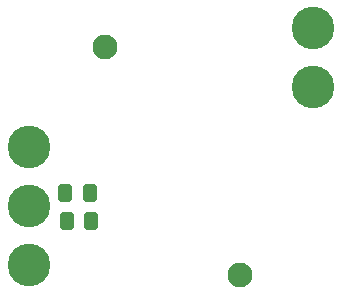
<source format=gbr>
G04 #@! TF.GenerationSoftware,KiCad,Pcbnew,(6.0.9-0)*
G04 #@! TF.CreationDate,2023-07-05T23:25:05+02:00*
G04 #@! TF.ProjectId,dcdc_7909,64636463-5f37-4393-9039-2e6b69636164,2.0*
G04 #@! TF.SameCoordinates,Original*
G04 #@! TF.FileFunction,Soldermask,Bot*
G04 #@! TF.FilePolarity,Negative*
%FSLAX46Y46*%
G04 Gerber Fmt 4.6, Leading zero omitted, Abs format (unit mm)*
G04 Created by KiCad (PCBNEW (6.0.9-0)) date 2023-07-05 23:25:05*
%MOMM*%
%LPD*%
G01*
G04 APERTURE LIST*
G04 Aperture macros list*
%AMRoundRect*
0 Rectangle with rounded corners*
0 $1 Rounding radius*
0 $2 $3 $4 $5 $6 $7 $8 $9 X,Y pos of 4 corners*
0 Add a 4 corners polygon primitive as box body*
4,1,4,$2,$3,$4,$5,$6,$7,$8,$9,$2,$3,0*
0 Add four circle primitives for the rounded corners*
1,1,$1+$1,$2,$3*
1,1,$1+$1,$4,$5*
1,1,$1+$1,$6,$7*
1,1,$1+$1,$8,$9*
0 Add four rect primitives between the rounded corners*
20,1,$1+$1,$2,$3,$4,$5,0*
20,1,$1+$1,$4,$5,$6,$7,0*
20,1,$1+$1,$6,$7,$8,$9,0*
20,1,$1+$1,$8,$9,$2,$3,0*%
G04 Aperture macros list end*
%ADD10C,3.602120*%
%ADD11RoundRect,0.301000X0.325000X0.450000X-0.325000X0.450000X-0.325000X-0.450000X0.325000X-0.450000X0*%
%ADD12RoundRect,0.301000X-0.325000X-0.450000X0.325000X-0.450000X0.325000X0.450000X-0.325000X0.450000X0*%
%ADD13C,2.102000*%
G04 APERTURE END LIST*
D10*
X89200000Y-67010000D03*
X89200000Y-72010000D03*
X113200000Y-62010000D03*
X113200000Y-57010000D03*
X89200000Y-77010000D03*
D11*
X94302800Y-70916800D03*
X92252800Y-70916800D03*
D12*
X92387200Y-73355200D03*
X94437200Y-73355200D03*
D13*
X95631000Y-58547000D03*
X107061000Y-77851000D03*
M02*

</source>
